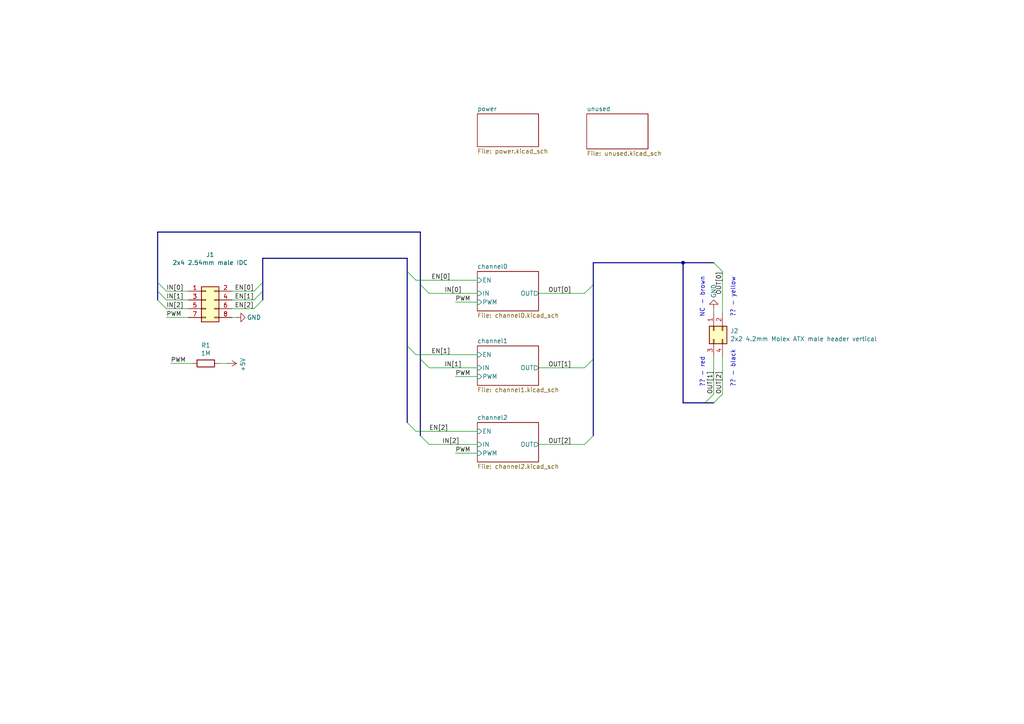
<source format=kicad_sch>
(kicad_sch (version 20211123) (generator eeschema)
  (paper "A4")
  (lib_symbols
    (symbol "Connector_Generic:Conn_02x02_Top_Bottom" (pin_names (offset 1.016) hide)
      (property "Reference" "J" (at 1.27 2.54 0))
      (property "Value" "Conn_02x02_Top_Bottom" (at 1.27 -5.08 0))
      (symbol "Conn_02x02_Top_Bottom_1_1"
        (rectangle (start -1.27 -2.413) (end 0 -2.667) (stroke (width 0.1524)))
        (rectangle (start -1.27 0.127) (end 0 -0.127) (stroke (width 0.1524)))
        (rectangle (start -1.27 1.27) (end 3.81 -3.81) (stroke (width 0.254)) (fill (type background)))
        (rectangle (start 3.81 -2.413) (end 2.54 -2.667) (stroke (width 0.1524)))
        (rectangle (start 3.81 0.127) (end 2.54 -0.127) (stroke (width 0.1524)))
        (pin passive line (at -5.08 0 0) (length 3.81) (name "Pin_1") (number "1"))
        (pin passive line (at -5.08 -2.54 0) (length 3.81) (name "Pin_2") (number "2"))
        (pin passive line (at 7.62 0 180) (length 3.81) (name "Pin_3") (number "3"))
        (pin passive line (at 7.62 -2.54 180) (length 3.81) (name "Pin_4") (number "4"))
      )
    )
    (symbol "Connector_Generic:Conn_02x04_Odd_Even" (pin_names (offset 1.016) hide)
      (property "Reference" "J" (at 1.27 5.08 0))
      (property "Value" "Conn_02x04_Odd_Even" (at 1.27 -7.62 0))
      (symbol "Conn_02x04_Odd_Even_1_1"
        (rectangle (start -1.27 -4.953) (end 0 -5.207) (stroke (width 0.1524)))
        (rectangle (start -1.27 -2.413) (end 0 -2.667) (stroke (width 0.1524)))
        (rectangle (start -1.27 0.127) (end 0 -0.127) (stroke (width 0.1524)))
        (rectangle (start -1.27 2.667) (end 0 2.413) (stroke (width 0.1524)))
        (rectangle (start -1.27 3.81) (end 3.81 -6.35) (stroke (width 0.254)) (fill (type background)))
        (rectangle (start 3.81 -4.953) (end 2.54 -5.207) (stroke (width 0.1524)))
        (rectangle (start 3.81 -2.413) (end 2.54 -2.667) (stroke (width 0.1524)))
        (rectangle (start 3.81 0.127) (end 2.54 -0.127) (stroke (width 0.1524)))
        (rectangle (start 3.81 2.667) (end 2.54 2.413) (stroke (width 0.1524)))
        (pin passive line (at -5.08 2.54 0) (length 3.81) (name "Pin_1") (number "1"))
        (pin passive line (at 7.62 2.54 180) (length 3.81) (name "Pin_2") (number "2"))
        (pin passive line (at -5.08 0 0) (length 3.81) (name "Pin_3") (number "3"))
        (pin passive line (at 7.62 0 180) (length 3.81) (name "Pin_4") (number "4"))
        (pin passive line (at -5.08 -2.54 0) (length 3.81) (name "Pin_5") (number "5"))
        (pin passive line (at 7.62 -2.54 180) (length 3.81) (name "Pin_6") (number "6"))
        (pin passive line (at -5.08 -5.08 0) (length 3.81) (name "Pin_7") (number "7"))
        (pin passive line (at 7.62 -5.08 180) (length 3.81) (name "Pin_8") (number "8"))
      )
    )
    (symbol "Device:R" (pin_numbers hide) (pin_names (offset 0))
      (property "Reference" "R" (at 2.032 0 90))
      (property "Value" "R" (at 0 0 90))
      (symbol "R_0_1"
        (rectangle (start -1.016 -2.54) (end 1.016 2.54) (stroke (width 0.254)))
      )
      (symbol "R_1_1"
        (pin passive line (at 0 3.81 270) (length 1.27) (name "~") (number "1"))
        (pin passive line (at 0 -3.81 90) (length 1.27) (name "~") (number "2"))
      )
    )
    (symbol "power:+5V" (power) (pin_names (offset 0))
      (property "Value" "+5V" (at 0 3.556 0))
      (symbol "+5V_0_1"
        (polyline (pts (xy -0.762 1.27) (xy 0 2.54)))
        (polyline (pts (xy 0 0) (xy 0 2.54)))
        (polyline (pts (xy 0 2.54) (xy 0.762 1.27)))
      )
      (symbol "+5V_1_1"
        (pin power_in line (at 0 0 90) (length 0) hide (name "+5V") (number "1"))
      )
    )
    (symbol "power:GND" (power) (pin_names (offset 0))
      (property "Value" "GND" (at 0 -3.81 0))
      (symbol "GND_0_1"
        (polyline (pts (xy 0 0) (xy 0 -1.27) (xy 1.27 -1.27) (xy 0 -2.54) (xy -1.27 -1.27) (xy 0 -1.27)))
      )
      (symbol "GND_1_1"
        (pin power_in line (at 0 0 270) (length 0) hide (name "GND") (number "1"))
      )
    )
  )
  (junction (at 198.12 76.2))
  (bus_entry (at 45.72 84.455) (size 2.54 2.54))
  (bus_entry (at 118.11 100.33) (size 2.54 2.54))
  (bus_entry (at 45.72 81.915) (size 2.54 2.54))
  (bus_entry (at 172.085 126.365) (size -2.54 2.54))
  (bus_entry (at 45.72 86.995) (size 2.54 2.54))
  (bus_entry (at 118.11 78.74) (size 2.54 2.54))
  (bus_entry (at 76.2 86.995) (size -2.54 2.54))
  (bus_entry (at 207.01 76.2) (size 2.54 2.54))
  (bus_entry (at 121.92 104.14) (size 2.54 2.54))
  (bus_entry (at 172.085 104.14) (size -2.54 2.54))
  (bus_entry (at 204.47 116.84) (size 2.54 -2.54))
  (bus_entry (at 118.11 122.555) (size 2.54 2.54))
  (bus_entry (at 121.92 82.55) (size 2.54 2.54))
  (bus_entry (at 172.085 82.55) (size -2.54 2.54))
  (bus_entry (at 121.92 126.365) (size 2.54 2.54))
  (bus_entry (at 76.2 81.915) (size -2.54 2.54))
  (bus_entry (at 76.2 84.455) (size -2.54 2.54))
  (bus_entry (at 207.01 116.84) (size 2.54 -2.54))
  (wire (pts (xy 138.43 87.63) (xy 132.08 87.63)))
  (wire (pts (xy 120.65 81.28) (xy 138.43 81.28)))
  (bus (pts (xy 121.92 67.31) (xy 121.92 82.55)))
  (bus (pts (xy 198.12 76.2) (xy 207.01 76.2)))
  (wire (pts (xy 68.58 92.075) (xy 67.31 92.075)))
  (wire (pts (xy 124.46 106.68) (xy 138.43 106.68)))
  (wire (pts (xy 207.01 103.505) (xy 207.01 114.3)))
  (wire (pts (xy 138.43 109.22) (xy 132.08 109.22)))
  (bus (pts (xy 118.11 100.33) (xy 118.11 122.555)))
  (wire (pts (xy 169.545 85.09) (xy 156.21 85.09)))
  (bus (pts (xy 45.72 67.31) (xy 45.72 81.915)))
  (wire (pts (xy 120.65 102.87) (xy 138.43 102.87)))
  (bus (pts (xy 76.2 84.455) (xy 76.2 86.995)))
  (bus (pts (xy 198.12 76.2) (xy 198.12 116.84)))
  (wire (pts (xy 120.65 125.095) (xy 138.43 125.095)))
  (wire (pts (xy 54.61 86.995) (xy 48.26 86.995)))
  (bus (pts (xy 198.12 116.84) (xy 204.47 116.84)))
  (bus (pts (xy 204.47 116.84) (xy 207.01 116.84)))
  (wire (pts (xy 138.43 131.445) (xy 132.08 131.445)))
  (bus (pts (xy 45.72 81.915) (xy 45.72 84.455)))
  (wire (pts (xy 54.61 89.535) (xy 48.26 89.535)))
  (wire (pts (xy 209.55 78.74) (xy 209.55 90.805)))
  (bus (pts (xy 45.72 84.455) (xy 45.72 86.995)))
  (bus (pts (xy 172.085 82.55) (xy 172.085 104.14)))
  (wire (pts (xy 207.01 89.535) (xy 207.01 90.805)))
  (bus (pts (xy 76.2 74.93) (xy 76.2 81.915)))
  (bus (pts (xy 76.2 74.93) (xy 118.11 74.93)))
  (wire (pts (xy 67.31 89.535) (xy 73.66 89.535)))
  (wire (pts (xy 124.46 85.09) (xy 138.43 85.09)))
  (bus (pts (xy 118.11 74.93) (xy 118.11 78.74)))
  (wire (pts (xy 63.5 105.41) (xy 66.04 105.41)))
  (wire (pts (xy 54.61 92.075) (xy 48.26 92.075)))
  (wire (pts (xy 169.545 128.905) (xy 156.21 128.905)))
  (wire (pts (xy 209.55 103.505) (xy 209.55 114.3)))
  (wire (pts (xy 67.31 86.995) (xy 73.66 86.995)))
  (bus (pts (xy 121.92 82.55) (xy 121.92 104.14)))
  (bus (pts (xy 172.085 76.2) (xy 198.12 76.2)))
  (bus (pts (xy 118.11 78.74) (xy 118.11 100.33)))
  (bus (pts (xy 45.72 67.31) (xy 121.92 67.31)))
  (bus (pts (xy 76.2 81.915) (xy 76.2 84.455)))
  (wire (pts (xy 124.46 128.905) (xy 138.43 128.905)))
  (wire (pts (xy 169.545 106.68) (xy 156.21 106.68)))
  (bus (pts (xy 172.085 76.2) (xy 172.085 82.55)))
  (wire (pts (xy 54.61 84.455) (xy 48.26 84.455)))
  (wire (pts (xy 67.31 84.455) (xy 73.66 84.455)))
  (bus (pts (xy 172.085 104.14) (xy 172.085 126.365)))
  (bus (pts (xy 121.92 104.14) (xy 121.92 126.365)))
  (wire (pts (xy 55.88 105.41) (xy 49.53 105.41)))
  (text "NC - brown" (at 204.47 92.075 90) (effects (font (size 1.27 1.27)) (justify left bottom)))
  (text "?? - yellow" (at 213.36 92.075 90) (effects (font (size 1.27 1.27)) (justify left bottom)))
  (text "?? - red" (at 204.47 112.395 90) (effects (font (size 1.27 1.27)) (justify left bottom)))
  (text "?? - black" (at 213.36 112.395 90) (effects (font (size 1.27 1.27)) (justify left bottom)))
  (label "EN[1]" (at 125.095 102.87 0))
  (label "OUT[1]" (at 165.735 106.68 180))
  (label "EN[1]" (at 73.66 86.995 180))
  (label "IN[0]" (at 128.905 85.09 0))
  (label "OUT[2]" (at 209.55 114.3 90))
  (label "IN[1]" (at 48.26 86.995 0))
  (label "PWM" (at 48.26 92.075 0))
  (label "PWM" (at 132.08 131.445 0))
  (label "PWM" (at 49.53 105.41 0))
  (label "IN[1]" (at 128.905 106.68 0))
  (label "PWM" (at 132.08 87.63 0))
  (label "EN[2]" (at 124.46 125.095 0))
  (label "IN[2]" (at 128.27 128.905 0))
  (label "PWM" (at 132.08 109.22 0))
  (label "IN[0]" (at 48.26 84.455 0))
  (label "EN[0]" (at 125.095 81.28 0))
  (label "IN[2]" (at 48.26 89.535 0))
  (label "OUT[2]" (at 165.735 128.905 180))
  (label "OUT[0]" (at 209.55 78.74 270))
  (label "EN[2]" (at 73.66 89.535 180))
  (label "OUT[0]" (at 165.735 85.09 180))
  (label "EN[0]" (at 73.66 84.455 180))
  (label "OUT[1]" (at 207.01 114.3 90))
  (symbol (lib_id "Connector_Generic:Conn_02x02_Top_Bottom") (at 207.01 95.885 90) (mirror x) (unit 1)
    (property "Reference" "J2" (at 211.7852 95.9866 90) (effects (justify right)))
    (property "Value" "2x2 4.2mm Molex ATX male header vertical" (at 211.7852 98.298 90) (effects (justify right)))
    (property "Footprint" "Connector_Molex:Molex_Mini-Fit_Jr_5566-04A_2x02_P4.20mm_Vertical" (effects hide))
  )
  (symbol (lib_id "power:GND") (at 68.58 92.075 90) (mirror x) (unit 1)
    (property "Reference" "#PWR058" (effects hide))
    (property "Value" "GND" (at 73.66 92.075 90))
  )
  (symbol (lib_id "Connector_Generic:Conn_02x04_Odd_Even") (at 59.69 86.995 0) (unit 1)
    (property "Reference" "J1" (at 60.96 73.8632 0))
    (property "Value" "2x4 2.54mm male IDC" (at 60.96 76.1746 0))
    (property "Footprint" "Connector_IDC:IDC-Header_2x04_P2.54mm_Vertical" (effects hide))
  )
  (symbol (lib_id "Device:R") (at 59.69 105.41 270) (unit 1)
    (property "Reference" "R1" (at 59.69 100.1522 90))
    (property "Value" "1M" (at 59.69 102.4636 90))
    (property "Footprint" "Resistor_THT:R_Axial_DIN0207_L6.3mm_D2.5mm_P7.62mm_Horizontal" (effects hide))
  )
  (symbol (lib_id "power:+5V") (at 66.04 105.41 270) (unit 1)
    (property "Reference" "#PWR057" (effects hide))
    (property "Value" "+5V" (at 70.4342 105.791 0))
  )
  (symbol (lib_id "power:GND") (at 207.01 89.535 0) (mirror x) (unit 1)
    (property "Reference" "#PWR059" (effects hide))
    (property "Value" "GND" (at 207.01 84.455 90))
  )
  (sheet (at 138.43 78.74) (size 17.78 11.43)
    (property "Sheet name" "channel0" (at 138.43 78.0284 0) (effects (justify left bottom)))
    (property "Sheet file" "channel0.kicad_sch" (at 138.43 90.7546 0) (effects (justify left top)))
    (pin "OUT" output (at 156.21 85.09 0))
    (pin "PWM" input (at 138.43 87.63 180))
    (pin "EN" input (at 138.43 81.28 180))
    (pin "IN" input (at 138.43 85.09 180))
  )
  (sheet (at 138.43 100.33) (size 17.78 11.43)
    (property "Sheet name" "channel1" (at 138.43 99.6184 0) (effects (justify left bottom)))
    (property "Sheet file" "channel1.kicad_sch" (at 138.43 112.3446 0) (effects (justify left top)))
    (pin "OUT" output (at 156.21 106.68 0))
    (pin "PWM" input (at 138.43 109.22 180))
    (pin "EN" input (at 138.43 102.87 180))
    (pin "IN" input (at 138.43 106.68 180))
  )
  (sheet (at 138.43 122.555) (size 17.78 11.43)
    (property "Sheet name" "channel2" (at 138.43 121.8434 0) (effects (justify left bottom)))
    (property "Sheet file" "channel2.kicad_sch" (at 138.43 134.5696 0) (effects (justify left top)))
    (pin "OUT" output (at 156.21 128.905 0))
    (pin "PWM" input (at 138.43 131.445 180))
    (pin "EN" input (at 138.43 125.095 180))
    (pin "IN" input (at 138.43 128.905 180))
  )
  (sheet (at 138.43 33.02) (size 17.78 9.525)
    (property "Sheet name" "power" (at 138.43 32.3084 0) (effects (justify left bottom)))
    (property "Sheet file" "power.kicad_sch" (at 138.43 43.1296 0) (effects (justify left top)))
  )
  (sheet (at 170.18 33.02) (size 17.78 10.16)
    (property "Sheet name" "unused" (at 170.18 32.3084 0) (effects (justify left bottom)))
    (property "Sheet file" "unused.kicad_sch" (at 170.18 43.7646 0) (effects (justify left top)))
  )
)
</source>
